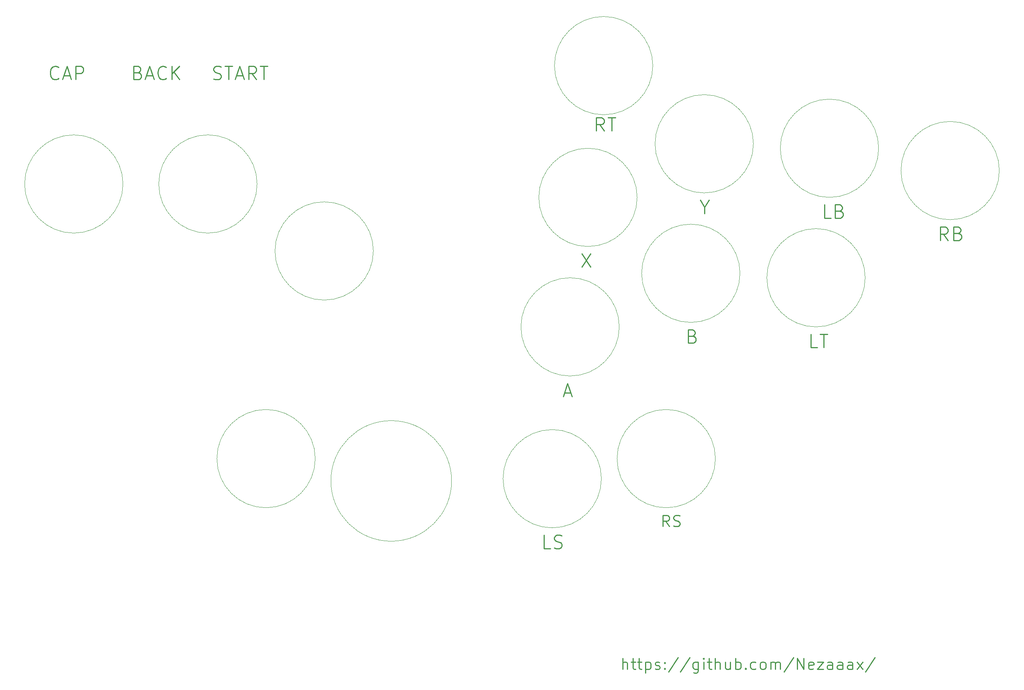
<source format=gbr>
%TF.GenerationSoftware,KiCad,Pcbnew,8.0.4*%
%TF.CreationDate,2024-09-01T11:28:24+09:00*%
%TF.ProjectId,nzx,6e7a782e-6b69-4636-9164-5f7063625858,rev?*%
%TF.SameCoordinates,Original*%
%TF.FileFunction,Legend,Top*%
%TF.FilePolarity,Positive*%
%FSLAX46Y46*%
G04 Gerber Fmt 4.6, Leading zero omitted, Abs format (unit mm)*
G04 Created by KiCad (PCBNEW 8.0.4) date 2024-09-01 11:28:24*
%MOMM*%
%LPD*%
G01*
G04 APERTURE LIST*
%ADD10C,0.250000*%
%ADD11C,0.100000*%
G04 APERTURE END LIST*
D10*
X163259711Y-161181047D02*
X163259711Y-158681047D01*
X164331139Y-161181047D02*
X164331139Y-159871523D01*
X164331139Y-159871523D02*
X164212092Y-159633428D01*
X164212092Y-159633428D02*
X163973996Y-159514380D01*
X163973996Y-159514380D02*
X163616853Y-159514380D01*
X163616853Y-159514380D02*
X163378758Y-159633428D01*
X163378758Y-159633428D02*
X163259711Y-159752476D01*
X165164473Y-159514380D02*
X166116854Y-159514380D01*
X165521616Y-158681047D02*
X165521616Y-160823904D01*
X165521616Y-160823904D02*
X165640663Y-161062000D01*
X165640663Y-161062000D02*
X165878758Y-161181047D01*
X165878758Y-161181047D02*
X166116854Y-161181047D01*
X166593044Y-159514380D02*
X167545425Y-159514380D01*
X166950187Y-158681047D02*
X166950187Y-160823904D01*
X166950187Y-160823904D02*
X167069234Y-161062000D01*
X167069234Y-161062000D02*
X167307329Y-161181047D01*
X167307329Y-161181047D02*
X167545425Y-161181047D01*
X168378758Y-159514380D02*
X168378758Y-162014380D01*
X168378758Y-159633428D02*
X168616853Y-159514380D01*
X168616853Y-159514380D02*
X169093043Y-159514380D01*
X169093043Y-159514380D02*
X169331139Y-159633428D01*
X169331139Y-159633428D02*
X169450186Y-159752476D01*
X169450186Y-159752476D02*
X169569234Y-159990571D01*
X169569234Y-159990571D02*
X169569234Y-160704857D01*
X169569234Y-160704857D02*
X169450186Y-160942952D01*
X169450186Y-160942952D02*
X169331139Y-161062000D01*
X169331139Y-161062000D02*
X169093043Y-161181047D01*
X169093043Y-161181047D02*
X168616853Y-161181047D01*
X168616853Y-161181047D02*
X168378758Y-161062000D01*
X170521615Y-161062000D02*
X170759710Y-161181047D01*
X170759710Y-161181047D02*
X171235901Y-161181047D01*
X171235901Y-161181047D02*
X171473996Y-161062000D01*
X171473996Y-161062000D02*
X171593044Y-160823904D01*
X171593044Y-160823904D02*
X171593044Y-160704857D01*
X171593044Y-160704857D02*
X171473996Y-160466761D01*
X171473996Y-160466761D02*
X171235901Y-160347714D01*
X171235901Y-160347714D02*
X170878758Y-160347714D01*
X170878758Y-160347714D02*
X170640663Y-160228666D01*
X170640663Y-160228666D02*
X170521615Y-159990571D01*
X170521615Y-159990571D02*
X170521615Y-159871523D01*
X170521615Y-159871523D02*
X170640663Y-159633428D01*
X170640663Y-159633428D02*
X170878758Y-159514380D01*
X170878758Y-159514380D02*
X171235901Y-159514380D01*
X171235901Y-159514380D02*
X171473996Y-159633428D01*
X172664473Y-160942952D02*
X172783520Y-161062000D01*
X172783520Y-161062000D02*
X172664473Y-161181047D01*
X172664473Y-161181047D02*
X172545425Y-161062000D01*
X172545425Y-161062000D02*
X172664473Y-160942952D01*
X172664473Y-160942952D02*
X172664473Y-161181047D01*
X172664473Y-159633428D02*
X172783520Y-159752476D01*
X172783520Y-159752476D02*
X172664473Y-159871523D01*
X172664473Y-159871523D02*
X172545425Y-159752476D01*
X172545425Y-159752476D02*
X172664473Y-159633428D01*
X172664473Y-159633428D02*
X172664473Y-159871523D01*
X175640663Y-158562000D02*
X173497806Y-161776285D01*
X178259711Y-158562000D02*
X176116854Y-161776285D01*
X180164473Y-159514380D02*
X180164473Y-161538190D01*
X180164473Y-161538190D02*
X180045426Y-161776285D01*
X180045426Y-161776285D02*
X179926378Y-161895333D01*
X179926378Y-161895333D02*
X179688283Y-162014380D01*
X179688283Y-162014380D02*
X179331140Y-162014380D01*
X179331140Y-162014380D02*
X179093045Y-161895333D01*
X180164473Y-161062000D02*
X179926378Y-161181047D01*
X179926378Y-161181047D02*
X179450187Y-161181047D01*
X179450187Y-161181047D02*
X179212092Y-161062000D01*
X179212092Y-161062000D02*
X179093045Y-160942952D01*
X179093045Y-160942952D02*
X178973997Y-160704857D01*
X178973997Y-160704857D02*
X178973997Y-159990571D01*
X178973997Y-159990571D02*
X179093045Y-159752476D01*
X179093045Y-159752476D02*
X179212092Y-159633428D01*
X179212092Y-159633428D02*
X179450187Y-159514380D01*
X179450187Y-159514380D02*
X179926378Y-159514380D01*
X179926378Y-159514380D02*
X180164473Y-159633428D01*
X181354950Y-161181047D02*
X181354950Y-159514380D01*
X181354950Y-158681047D02*
X181235902Y-158800095D01*
X181235902Y-158800095D02*
X181354950Y-158919142D01*
X181354950Y-158919142D02*
X181473997Y-158800095D01*
X181473997Y-158800095D02*
X181354950Y-158681047D01*
X181354950Y-158681047D02*
X181354950Y-158919142D01*
X182188283Y-159514380D02*
X183140664Y-159514380D01*
X182545426Y-158681047D02*
X182545426Y-160823904D01*
X182545426Y-160823904D02*
X182664473Y-161062000D01*
X182664473Y-161062000D02*
X182902568Y-161181047D01*
X182902568Y-161181047D02*
X183140664Y-161181047D01*
X183973997Y-161181047D02*
X183973997Y-158681047D01*
X185045425Y-161181047D02*
X185045425Y-159871523D01*
X185045425Y-159871523D02*
X184926378Y-159633428D01*
X184926378Y-159633428D02*
X184688282Y-159514380D01*
X184688282Y-159514380D02*
X184331139Y-159514380D01*
X184331139Y-159514380D02*
X184093044Y-159633428D01*
X184093044Y-159633428D02*
X183973997Y-159752476D01*
X187307330Y-159514380D02*
X187307330Y-161181047D01*
X186235902Y-159514380D02*
X186235902Y-160823904D01*
X186235902Y-160823904D02*
X186354949Y-161062000D01*
X186354949Y-161062000D02*
X186593044Y-161181047D01*
X186593044Y-161181047D02*
X186950187Y-161181047D01*
X186950187Y-161181047D02*
X187188283Y-161062000D01*
X187188283Y-161062000D02*
X187307330Y-160942952D01*
X188497807Y-161181047D02*
X188497807Y-158681047D01*
X188497807Y-159633428D02*
X188735902Y-159514380D01*
X188735902Y-159514380D02*
X189212092Y-159514380D01*
X189212092Y-159514380D02*
X189450188Y-159633428D01*
X189450188Y-159633428D02*
X189569235Y-159752476D01*
X189569235Y-159752476D02*
X189688283Y-159990571D01*
X189688283Y-159990571D02*
X189688283Y-160704857D01*
X189688283Y-160704857D02*
X189569235Y-160942952D01*
X189569235Y-160942952D02*
X189450188Y-161062000D01*
X189450188Y-161062000D02*
X189212092Y-161181047D01*
X189212092Y-161181047D02*
X188735902Y-161181047D01*
X188735902Y-161181047D02*
X188497807Y-161062000D01*
X190759712Y-160942952D02*
X190878759Y-161062000D01*
X190878759Y-161062000D02*
X190759712Y-161181047D01*
X190759712Y-161181047D02*
X190640664Y-161062000D01*
X190640664Y-161062000D02*
X190759712Y-160942952D01*
X190759712Y-160942952D02*
X190759712Y-161181047D01*
X193021616Y-161062000D02*
X192783521Y-161181047D01*
X192783521Y-161181047D02*
X192307330Y-161181047D01*
X192307330Y-161181047D02*
X192069235Y-161062000D01*
X192069235Y-161062000D02*
X191950188Y-160942952D01*
X191950188Y-160942952D02*
X191831140Y-160704857D01*
X191831140Y-160704857D02*
X191831140Y-159990571D01*
X191831140Y-159990571D02*
X191950188Y-159752476D01*
X191950188Y-159752476D02*
X192069235Y-159633428D01*
X192069235Y-159633428D02*
X192307330Y-159514380D01*
X192307330Y-159514380D02*
X192783521Y-159514380D01*
X192783521Y-159514380D02*
X193021616Y-159633428D01*
X194450187Y-161181047D02*
X194212092Y-161062000D01*
X194212092Y-161062000D02*
X194093045Y-160942952D01*
X194093045Y-160942952D02*
X193973997Y-160704857D01*
X193973997Y-160704857D02*
X193973997Y-159990571D01*
X193973997Y-159990571D02*
X194093045Y-159752476D01*
X194093045Y-159752476D02*
X194212092Y-159633428D01*
X194212092Y-159633428D02*
X194450187Y-159514380D01*
X194450187Y-159514380D02*
X194807330Y-159514380D01*
X194807330Y-159514380D02*
X195045426Y-159633428D01*
X195045426Y-159633428D02*
X195164473Y-159752476D01*
X195164473Y-159752476D02*
X195283521Y-159990571D01*
X195283521Y-159990571D02*
X195283521Y-160704857D01*
X195283521Y-160704857D02*
X195164473Y-160942952D01*
X195164473Y-160942952D02*
X195045426Y-161062000D01*
X195045426Y-161062000D02*
X194807330Y-161181047D01*
X194807330Y-161181047D02*
X194450187Y-161181047D01*
X196354950Y-161181047D02*
X196354950Y-159514380D01*
X196354950Y-159752476D02*
X196473997Y-159633428D01*
X196473997Y-159633428D02*
X196712092Y-159514380D01*
X196712092Y-159514380D02*
X197069235Y-159514380D01*
X197069235Y-159514380D02*
X197307331Y-159633428D01*
X197307331Y-159633428D02*
X197426378Y-159871523D01*
X197426378Y-159871523D02*
X197426378Y-161181047D01*
X197426378Y-159871523D02*
X197545426Y-159633428D01*
X197545426Y-159633428D02*
X197783521Y-159514380D01*
X197783521Y-159514380D02*
X198140664Y-159514380D01*
X198140664Y-159514380D02*
X198378759Y-159633428D01*
X198378759Y-159633428D02*
X198497807Y-159871523D01*
X198497807Y-159871523D02*
X198497807Y-161181047D01*
X201473997Y-158562000D02*
X199331140Y-161776285D01*
X202307331Y-161181047D02*
X202307331Y-158681047D01*
X202307331Y-158681047D02*
X203735902Y-161181047D01*
X203735902Y-161181047D02*
X203735902Y-158681047D01*
X205878760Y-161062000D02*
X205640664Y-161181047D01*
X205640664Y-161181047D02*
X205164474Y-161181047D01*
X205164474Y-161181047D02*
X204926379Y-161062000D01*
X204926379Y-161062000D02*
X204807331Y-160823904D01*
X204807331Y-160823904D02*
X204807331Y-159871523D01*
X204807331Y-159871523D02*
X204926379Y-159633428D01*
X204926379Y-159633428D02*
X205164474Y-159514380D01*
X205164474Y-159514380D02*
X205640664Y-159514380D01*
X205640664Y-159514380D02*
X205878760Y-159633428D01*
X205878760Y-159633428D02*
X205997807Y-159871523D01*
X205997807Y-159871523D02*
X205997807Y-160109619D01*
X205997807Y-160109619D02*
X204807331Y-160347714D01*
X206831140Y-159514380D02*
X208140664Y-159514380D01*
X208140664Y-159514380D02*
X206831140Y-161181047D01*
X206831140Y-161181047D02*
X208140664Y-161181047D01*
X210164474Y-161181047D02*
X210164474Y-159871523D01*
X210164474Y-159871523D02*
X210045427Y-159633428D01*
X210045427Y-159633428D02*
X209807331Y-159514380D01*
X209807331Y-159514380D02*
X209331141Y-159514380D01*
X209331141Y-159514380D02*
X209093046Y-159633428D01*
X210164474Y-161062000D02*
X209926379Y-161181047D01*
X209926379Y-161181047D02*
X209331141Y-161181047D01*
X209331141Y-161181047D02*
X209093046Y-161062000D01*
X209093046Y-161062000D02*
X208973998Y-160823904D01*
X208973998Y-160823904D02*
X208973998Y-160585809D01*
X208973998Y-160585809D02*
X209093046Y-160347714D01*
X209093046Y-160347714D02*
X209331141Y-160228666D01*
X209331141Y-160228666D02*
X209926379Y-160228666D01*
X209926379Y-160228666D02*
X210164474Y-160109619D01*
X212426379Y-161181047D02*
X212426379Y-159871523D01*
X212426379Y-159871523D02*
X212307332Y-159633428D01*
X212307332Y-159633428D02*
X212069236Y-159514380D01*
X212069236Y-159514380D02*
X211593046Y-159514380D01*
X211593046Y-159514380D02*
X211354951Y-159633428D01*
X212426379Y-161062000D02*
X212188284Y-161181047D01*
X212188284Y-161181047D02*
X211593046Y-161181047D01*
X211593046Y-161181047D02*
X211354951Y-161062000D01*
X211354951Y-161062000D02*
X211235903Y-160823904D01*
X211235903Y-160823904D02*
X211235903Y-160585809D01*
X211235903Y-160585809D02*
X211354951Y-160347714D01*
X211354951Y-160347714D02*
X211593046Y-160228666D01*
X211593046Y-160228666D02*
X212188284Y-160228666D01*
X212188284Y-160228666D02*
X212426379Y-160109619D01*
X214688284Y-161181047D02*
X214688284Y-159871523D01*
X214688284Y-159871523D02*
X214569237Y-159633428D01*
X214569237Y-159633428D02*
X214331141Y-159514380D01*
X214331141Y-159514380D02*
X213854951Y-159514380D01*
X213854951Y-159514380D02*
X213616856Y-159633428D01*
X214688284Y-161062000D02*
X214450189Y-161181047D01*
X214450189Y-161181047D02*
X213854951Y-161181047D01*
X213854951Y-161181047D02*
X213616856Y-161062000D01*
X213616856Y-161062000D02*
X213497808Y-160823904D01*
X213497808Y-160823904D02*
X213497808Y-160585809D01*
X213497808Y-160585809D02*
X213616856Y-160347714D01*
X213616856Y-160347714D02*
X213854951Y-160228666D01*
X213854951Y-160228666D02*
X214450189Y-160228666D01*
X214450189Y-160228666D02*
X214688284Y-160109619D01*
X215640665Y-161181047D02*
X216950189Y-159514380D01*
X215640665Y-159514380D02*
X216950189Y-161181047D01*
X219688285Y-158562000D02*
X217545428Y-161776285D01*
X209807330Y-60119857D02*
X208378758Y-60119857D01*
X208378758Y-60119857D02*
X208378758Y-57119857D01*
X211807329Y-58548428D02*
X212235901Y-58691285D01*
X212235901Y-58691285D02*
X212378758Y-58834142D01*
X212378758Y-58834142D02*
X212521615Y-59119857D01*
X212521615Y-59119857D02*
X212521615Y-59548428D01*
X212521615Y-59548428D02*
X212378758Y-59834142D01*
X212378758Y-59834142D02*
X212235901Y-59977000D01*
X212235901Y-59977000D02*
X211950186Y-60119857D01*
X211950186Y-60119857D02*
X210807329Y-60119857D01*
X210807329Y-60119857D02*
X210807329Y-57119857D01*
X210807329Y-57119857D02*
X211807329Y-57119857D01*
X211807329Y-57119857D02*
X212093044Y-57262714D01*
X212093044Y-57262714D02*
X212235901Y-57405571D01*
X212235901Y-57405571D02*
X212378758Y-57691285D01*
X212378758Y-57691285D02*
X212378758Y-57977000D01*
X212378758Y-57977000D02*
X212235901Y-58262714D01*
X212235901Y-58262714D02*
X212093044Y-58405571D01*
X212093044Y-58405571D02*
X211807329Y-58548428D01*
X211807329Y-58548428D02*
X210807329Y-58548428D01*
X178878758Y-86548428D02*
X179307330Y-86691285D01*
X179307330Y-86691285D02*
X179450187Y-86834142D01*
X179450187Y-86834142D02*
X179593044Y-87119857D01*
X179593044Y-87119857D02*
X179593044Y-87548428D01*
X179593044Y-87548428D02*
X179450187Y-87834142D01*
X179450187Y-87834142D02*
X179307330Y-87977000D01*
X179307330Y-87977000D02*
X179021615Y-88119857D01*
X179021615Y-88119857D02*
X177878758Y-88119857D01*
X177878758Y-88119857D02*
X177878758Y-85119857D01*
X177878758Y-85119857D02*
X178878758Y-85119857D01*
X178878758Y-85119857D02*
X179164473Y-85262714D01*
X179164473Y-85262714D02*
X179307330Y-85405571D01*
X179307330Y-85405571D02*
X179450187Y-85691285D01*
X179450187Y-85691285D02*
X179450187Y-85977000D01*
X179450187Y-85977000D02*
X179307330Y-86262714D01*
X179307330Y-86262714D02*
X179164473Y-86405571D01*
X179164473Y-86405571D02*
X178878758Y-86548428D01*
X178878758Y-86548428D02*
X177878758Y-86548428D01*
X154093044Y-68119857D02*
X156093044Y-71119857D01*
X156093044Y-68119857D02*
X154093044Y-71119857D01*
X71735901Y-28977000D02*
X72164473Y-29119857D01*
X72164473Y-29119857D02*
X72878758Y-29119857D01*
X72878758Y-29119857D02*
X73164473Y-28977000D01*
X73164473Y-28977000D02*
X73307330Y-28834142D01*
X73307330Y-28834142D02*
X73450187Y-28548428D01*
X73450187Y-28548428D02*
X73450187Y-28262714D01*
X73450187Y-28262714D02*
X73307330Y-27977000D01*
X73307330Y-27977000D02*
X73164473Y-27834142D01*
X73164473Y-27834142D02*
X72878758Y-27691285D01*
X72878758Y-27691285D02*
X72307330Y-27548428D01*
X72307330Y-27548428D02*
X72021615Y-27405571D01*
X72021615Y-27405571D02*
X71878758Y-27262714D01*
X71878758Y-27262714D02*
X71735901Y-26977000D01*
X71735901Y-26977000D02*
X71735901Y-26691285D01*
X71735901Y-26691285D02*
X71878758Y-26405571D01*
X71878758Y-26405571D02*
X72021615Y-26262714D01*
X72021615Y-26262714D02*
X72307330Y-26119857D01*
X72307330Y-26119857D02*
X73021615Y-26119857D01*
X73021615Y-26119857D02*
X73450187Y-26262714D01*
X74307330Y-26119857D02*
X76021616Y-26119857D01*
X75164473Y-29119857D02*
X75164473Y-26119857D01*
X76878758Y-28262714D02*
X78307330Y-28262714D01*
X76593044Y-29119857D02*
X77593044Y-26119857D01*
X77593044Y-26119857D02*
X78593044Y-29119857D01*
X81307330Y-29119857D02*
X80307330Y-27691285D01*
X79593044Y-29119857D02*
X79593044Y-26119857D01*
X79593044Y-26119857D02*
X80735901Y-26119857D01*
X80735901Y-26119857D02*
X81021616Y-26262714D01*
X81021616Y-26262714D02*
X81164473Y-26405571D01*
X81164473Y-26405571D02*
X81307330Y-26691285D01*
X81307330Y-26691285D02*
X81307330Y-27119857D01*
X81307330Y-27119857D02*
X81164473Y-27405571D01*
X81164473Y-27405571D02*
X81021616Y-27548428D01*
X81021616Y-27548428D02*
X80735901Y-27691285D01*
X80735901Y-27691285D02*
X79593044Y-27691285D01*
X82164473Y-26119857D02*
X83878759Y-26119857D01*
X83021616Y-29119857D02*
X83021616Y-26119857D01*
X37093044Y-28834142D02*
X36950187Y-28977000D01*
X36950187Y-28977000D02*
X36521615Y-29119857D01*
X36521615Y-29119857D02*
X36235901Y-29119857D01*
X36235901Y-29119857D02*
X35807330Y-28977000D01*
X35807330Y-28977000D02*
X35521615Y-28691285D01*
X35521615Y-28691285D02*
X35378758Y-28405571D01*
X35378758Y-28405571D02*
X35235901Y-27834142D01*
X35235901Y-27834142D02*
X35235901Y-27405571D01*
X35235901Y-27405571D02*
X35378758Y-26834142D01*
X35378758Y-26834142D02*
X35521615Y-26548428D01*
X35521615Y-26548428D02*
X35807330Y-26262714D01*
X35807330Y-26262714D02*
X36235901Y-26119857D01*
X36235901Y-26119857D02*
X36521615Y-26119857D01*
X36521615Y-26119857D02*
X36950187Y-26262714D01*
X36950187Y-26262714D02*
X37093044Y-26405571D01*
X38235901Y-28262714D02*
X39664473Y-28262714D01*
X37950187Y-29119857D02*
X38950187Y-26119857D01*
X38950187Y-26119857D02*
X39950187Y-29119857D01*
X40950187Y-29119857D02*
X40950187Y-26119857D01*
X40950187Y-26119857D02*
X42093044Y-26119857D01*
X42093044Y-26119857D02*
X42378759Y-26262714D01*
X42378759Y-26262714D02*
X42521616Y-26405571D01*
X42521616Y-26405571D02*
X42664473Y-26691285D01*
X42664473Y-26691285D02*
X42664473Y-27119857D01*
X42664473Y-27119857D02*
X42521616Y-27405571D01*
X42521616Y-27405571D02*
X42378759Y-27548428D01*
X42378759Y-27548428D02*
X42093044Y-27691285D01*
X42093044Y-27691285D02*
X40950187Y-27691285D01*
X181589473Y-57691285D02*
X181589473Y-59119857D01*
X180589473Y-56119857D02*
X181589473Y-57691285D01*
X181589473Y-57691285D02*
X182589473Y-56119857D01*
X173688282Y-129181047D02*
X172854949Y-127990571D01*
X172259711Y-129181047D02*
X172259711Y-126681047D01*
X172259711Y-126681047D02*
X173212092Y-126681047D01*
X173212092Y-126681047D02*
X173450187Y-126800095D01*
X173450187Y-126800095D02*
X173569234Y-126919142D01*
X173569234Y-126919142D02*
X173688282Y-127157238D01*
X173688282Y-127157238D02*
X173688282Y-127514380D01*
X173688282Y-127514380D02*
X173569234Y-127752476D01*
X173569234Y-127752476D02*
X173450187Y-127871523D01*
X173450187Y-127871523D02*
X173212092Y-127990571D01*
X173212092Y-127990571D02*
X172259711Y-127990571D01*
X174640663Y-129062000D02*
X174997806Y-129181047D01*
X174997806Y-129181047D02*
X175593044Y-129181047D01*
X175593044Y-129181047D02*
X175831139Y-129062000D01*
X175831139Y-129062000D02*
X175950187Y-128942952D01*
X175950187Y-128942952D02*
X176069234Y-128704857D01*
X176069234Y-128704857D02*
X176069234Y-128466761D01*
X176069234Y-128466761D02*
X175950187Y-128228666D01*
X175950187Y-128228666D02*
X175831139Y-128109619D01*
X175831139Y-128109619D02*
X175593044Y-127990571D01*
X175593044Y-127990571D02*
X175116853Y-127871523D01*
X175116853Y-127871523D02*
X174878758Y-127752476D01*
X174878758Y-127752476D02*
X174759711Y-127633428D01*
X174759711Y-127633428D02*
X174640663Y-127395333D01*
X174640663Y-127395333D02*
X174640663Y-127157238D01*
X174640663Y-127157238D02*
X174759711Y-126919142D01*
X174759711Y-126919142D02*
X174878758Y-126800095D01*
X174878758Y-126800095D02*
X175116853Y-126681047D01*
X175116853Y-126681047D02*
X175712092Y-126681047D01*
X175712092Y-126681047D02*
X176069234Y-126800095D01*
X206807330Y-89119857D02*
X205378758Y-89119857D01*
X205378758Y-89119857D02*
X205378758Y-86119857D01*
X207378758Y-86119857D02*
X209093044Y-86119857D01*
X208235901Y-89119857D02*
X208235901Y-86119857D01*
X54878758Y-27548428D02*
X55307330Y-27691285D01*
X55307330Y-27691285D02*
X55450187Y-27834142D01*
X55450187Y-27834142D02*
X55593044Y-28119857D01*
X55593044Y-28119857D02*
X55593044Y-28548428D01*
X55593044Y-28548428D02*
X55450187Y-28834142D01*
X55450187Y-28834142D02*
X55307330Y-28977000D01*
X55307330Y-28977000D02*
X55021615Y-29119857D01*
X55021615Y-29119857D02*
X53878758Y-29119857D01*
X53878758Y-29119857D02*
X53878758Y-26119857D01*
X53878758Y-26119857D02*
X54878758Y-26119857D01*
X54878758Y-26119857D02*
X55164473Y-26262714D01*
X55164473Y-26262714D02*
X55307330Y-26405571D01*
X55307330Y-26405571D02*
X55450187Y-26691285D01*
X55450187Y-26691285D02*
X55450187Y-26977000D01*
X55450187Y-26977000D02*
X55307330Y-27262714D01*
X55307330Y-27262714D02*
X55164473Y-27405571D01*
X55164473Y-27405571D02*
X54878758Y-27548428D01*
X54878758Y-27548428D02*
X53878758Y-27548428D01*
X56735901Y-28262714D02*
X58164473Y-28262714D01*
X56450187Y-29119857D02*
X57450187Y-26119857D01*
X57450187Y-26119857D02*
X58450187Y-29119857D01*
X61164473Y-28834142D02*
X61021616Y-28977000D01*
X61021616Y-28977000D02*
X60593044Y-29119857D01*
X60593044Y-29119857D02*
X60307330Y-29119857D01*
X60307330Y-29119857D02*
X59878759Y-28977000D01*
X59878759Y-28977000D02*
X59593044Y-28691285D01*
X59593044Y-28691285D02*
X59450187Y-28405571D01*
X59450187Y-28405571D02*
X59307330Y-27834142D01*
X59307330Y-27834142D02*
X59307330Y-27405571D01*
X59307330Y-27405571D02*
X59450187Y-26834142D01*
X59450187Y-26834142D02*
X59593044Y-26548428D01*
X59593044Y-26548428D02*
X59878759Y-26262714D01*
X59878759Y-26262714D02*
X60307330Y-26119857D01*
X60307330Y-26119857D02*
X60593044Y-26119857D01*
X60593044Y-26119857D02*
X61021616Y-26262714D01*
X61021616Y-26262714D02*
X61164473Y-26405571D01*
X62450187Y-29119857D02*
X62450187Y-26119857D01*
X64164473Y-29119857D02*
X62878759Y-27405571D01*
X64164473Y-26119857D02*
X62450187Y-27834142D01*
X150235901Y-99262714D02*
X151664473Y-99262714D01*
X149950187Y-100119857D02*
X150950187Y-97119857D01*
X150950187Y-97119857D02*
X151950187Y-100119857D01*
X236018044Y-65119857D02*
X235018044Y-63691285D01*
X234303758Y-65119857D02*
X234303758Y-62119857D01*
X234303758Y-62119857D02*
X235446615Y-62119857D01*
X235446615Y-62119857D02*
X235732330Y-62262714D01*
X235732330Y-62262714D02*
X235875187Y-62405571D01*
X235875187Y-62405571D02*
X236018044Y-62691285D01*
X236018044Y-62691285D02*
X236018044Y-63119857D01*
X236018044Y-63119857D02*
X235875187Y-63405571D01*
X235875187Y-63405571D02*
X235732330Y-63548428D01*
X235732330Y-63548428D02*
X235446615Y-63691285D01*
X235446615Y-63691285D02*
X234303758Y-63691285D01*
X238303758Y-63548428D02*
X238732330Y-63691285D01*
X238732330Y-63691285D02*
X238875187Y-63834142D01*
X238875187Y-63834142D02*
X239018044Y-64119857D01*
X239018044Y-64119857D02*
X239018044Y-64548428D01*
X239018044Y-64548428D02*
X238875187Y-64834142D01*
X238875187Y-64834142D02*
X238732330Y-64977000D01*
X238732330Y-64977000D02*
X238446615Y-65119857D01*
X238446615Y-65119857D02*
X237303758Y-65119857D01*
X237303758Y-65119857D02*
X237303758Y-62119857D01*
X237303758Y-62119857D02*
X238303758Y-62119857D01*
X238303758Y-62119857D02*
X238589473Y-62262714D01*
X238589473Y-62262714D02*
X238732330Y-62405571D01*
X238732330Y-62405571D02*
X238875187Y-62691285D01*
X238875187Y-62691285D02*
X238875187Y-62977000D01*
X238875187Y-62977000D02*
X238732330Y-63262714D01*
X238732330Y-63262714D02*
X238589473Y-63405571D01*
X238589473Y-63405571D02*
X238303758Y-63548428D01*
X238303758Y-63548428D02*
X237303758Y-63548428D01*
X159093044Y-40619857D02*
X158093044Y-39191285D01*
X157378758Y-40619857D02*
X157378758Y-37619857D01*
X157378758Y-37619857D02*
X158521615Y-37619857D01*
X158521615Y-37619857D02*
X158807330Y-37762714D01*
X158807330Y-37762714D02*
X158950187Y-37905571D01*
X158950187Y-37905571D02*
X159093044Y-38191285D01*
X159093044Y-38191285D02*
X159093044Y-38619857D01*
X159093044Y-38619857D02*
X158950187Y-38905571D01*
X158950187Y-38905571D02*
X158807330Y-39048428D01*
X158807330Y-39048428D02*
X158521615Y-39191285D01*
X158521615Y-39191285D02*
X157378758Y-39191285D01*
X159950187Y-37619857D02*
X161664473Y-37619857D01*
X160807330Y-40619857D02*
X160807330Y-37619857D01*
X147089473Y-134119857D02*
X145660901Y-134119857D01*
X145660901Y-134119857D02*
X145660901Y-131119857D01*
X147946615Y-133977000D02*
X148375187Y-134119857D01*
X148375187Y-134119857D02*
X149089472Y-134119857D01*
X149089472Y-134119857D02*
X149375187Y-133977000D01*
X149375187Y-133977000D02*
X149518044Y-133834142D01*
X149518044Y-133834142D02*
X149660901Y-133548428D01*
X149660901Y-133548428D02*
X149660901Y-133262714D01*
X149660901Y-133262714D02*
X149518044Y-132977000D01*
X149518044Y-132977000D02*
X149375187Y-132834142D01*
X149375187Y-132834142D02*
X149089472Y-132691285D01*
X149089472Y-132691285D02*
X148518044Y-132548428D01*
X148518044Y-132548428D02*
X148232329Y-132405571D01*
X148232329Y-132405571D02*
X148089472Y-132262714D01*
X148089472Y-132262714D02*
X147946615Y-131977000D01*
X147946615Y-131977000D02*
X147946615Y-131691285D01*
X147946615Y-131691285D02*
X148089472Y-131405571D01*
X148089472Y-131405571D02*
X148232329Y-131262714D01*
X148232329Y-131262714D02*
X148518044Y-131119857D01*
X148518044Y-131119857D02*
X149232329Y-131119857D01*
X149232329Y-131119857D02*
X149660901Y-131262714D01*
D11*
%TO.C,R2(RB)1*%
X247500000Y-49500000D02*
G75*
G02*
X225500000Y-49500000I-11000000J0D01*
G01*
X225500000Y-49500000D02*
G75*
G02*
X247500000Y-49500000I11000000J0D01*
G01*
%TO.C,L2(LB)1*%
X220510000Y-44500000D02*
G75*
G02*
X198510000Y-44500000I-11000000J0D01*
G01*
X198510000Y-44500000D02*
G75*
G02*
X220510000Y-44500000I11000000J0D01*
G01*
%TO.C,B4(Y)1*%
X192500000Y-43500000D02*
G75*
G02*
X170500000Y-43500000I-11000000J0D01*
G01*
X170500000Y-43500000D02*
G75*
G02*
X192500000Y-43500000I11000000J0D01*
G01*
%TO.C,R1(R)1*%
X170000000Y-26000000D02*
G75*
G02*
X148000000Y-26000000I-11000000J0D01*
G01*
X148000000Y-26000000D02*
G75*
G02*
X170000000Y-26000000I11000000J0D01*
G01*
%TO.C,B3(X)1*%
X166500000Y-55500000D02*
G75*
G02*
X144500000Y-55500000I-11000000J0D01*
G01*
X144500000Y-55500000D02*
G75*
G02*
X166500000Y-55500000I11000000J0D01*
G01*
%TO.C,L1(L)1*%
X217500000Y-73500000D02*
G75*
G02*
X195500000Y-73500000I-11000000J0D01*
G01*
X195500000Y-73500000D02*
G75*
G02*
X217500000Y-73500000I11000000J0D01*
G01*
%TO.C,B2(B)1*%
X189500000Y-72500000D02*
G75*
G02*
X167500000Y-72500000I-11000000J0D01*
G01*
X167500000Y-72500000D02*
G75*
G02*
X189500000Y-72500000I11000000J0D01*
G01*
%TO.C,B1(A)1*%
X162500000Y-84500000D02*
G75*
G02*
X140500000Y-84500000I-11000000J0D01*
G01*
X140500000Y-84500000D02*
G75*
G02*
X162500000Y-84500000I11000000J0D01*
G01*
%TO.C,R3(RS)1*%
X184000000Y-114000000D02*
G75*
G02*
X162000000Y-114000000I-11000000J0D01*
G01*
X162000000Y-114000000D02*
G75*
G02*
X184000000Y-114000000I11000000J0D01*
G01*
%TO.C,LEFT1*%
X51500000Y-52500000D02*
G75*
G02*
X29500000Y-52500000I-11000000J0D01*
G01*
X29500000Y-52500000D02*
G75*
G02*
X51500000Y-52500000I11000000J0D01*
G01*
%TO.C,DOWN1*%
X81500000Y-52500000D02*
G75*
G02*
X59500000Y-52500000I-11000000J0D01*
G01*
X59500000Y-52500000D02*
G75*
G02*
X81500000Y-52500000I11000000J0D01*
G01*
%TO.C,A1(GUIDE)1*%
X94500000Y-114000000D02*
G75*
G02*
X72500000Y-114000000I-11000000J0D01*
G01*
X72500000Y-114000000D02*
G75*
G02*
X94500000Y-114000000I11000000J0D01*
G01*
%TO.C,RIGHT1*%
X107500000Y-67500000D02*
G75*
G02*
X85500000Y-67500000I-11000000J0D01*
G01*
X85500000Y-67500000D02*
G75*
G02*
X107500000Y-67500000I11000000J0D01*
G01*
%TO.C,UP1*%
X125000000Y-119000000D02*
G75*
G02*
X98000000Y-119000000I-13500000J0D01*
G01*
X98000000Y-119000000D02*
G75*
G02*
X125000000Y-119000000I13500000J0D01*
G01*
%TO.C,L3(LS)1*%
X158500000Y-118500000D02*
G75*
G02*
X136500000Y-118500000I-11000000J0D01*
G01*
X136500000Y-118500000D02*
G75*
G02*
X158500000Y-118500000I11000000J0D01*
G01*
%TD*%
M02*

</source>
